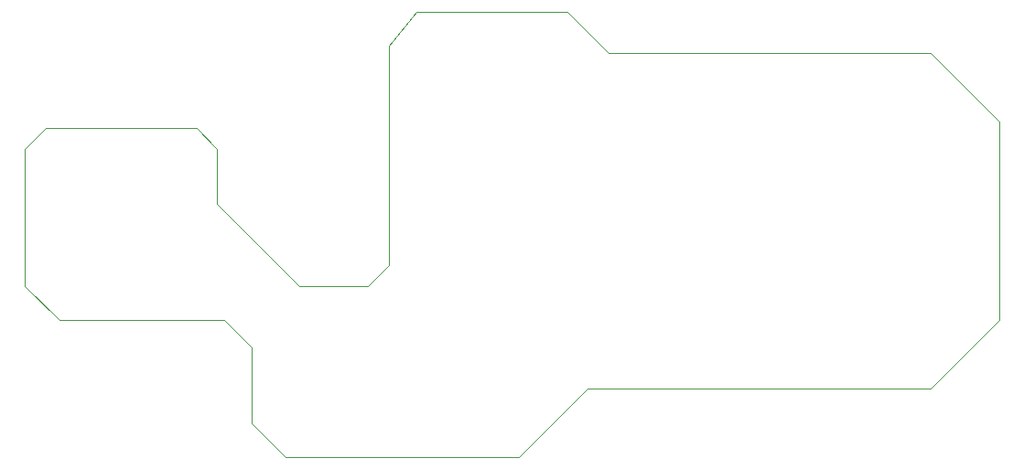
<source format=gbr>
G04 #@! TF.FileFunction,Profile,NP*
%FSLAX46Y46*%
G04 Gerber Fmt 4.6, Leading zero omitted, Abs format (unit mm)*
G04 Created by KiCad (PCBNEW 4.0.2-stable) date 08/08/2016 20:26:41*
%MOMM*%
G01*
G04 APERTURE LIST*
%ADD10C,0.100000*%
G04 APERTURE END LIST*
D10*
X123190000Y-44450000D02*
X127000000Y-48260000D01*
X93980000Y-75565000D02*
X91440000Y-73025000D01*
X109220000Y-44450000D02*
X123190000Y-44450000D01*
X106680000Y-47625000D02*
X109220000Y-44450000D01*
X106680000Y-67945000D02*
X106680000Y-47625000D01*
X104775000Y-69850000D02*
X106680000Y-67945000D01*
X98425000Y-69850000D02*
X104775000Y-69850000D01*
X90805000Y-62230000D02*
X98425000Y-69850000D01*
X90805000Y-57150000D02*
X90805000Y-62230000D01*
X88900000Y-55245000D02*
X90805000Y-57150000D01*
X73025000Y-57150000D02*
X74930000Y-55245000D01*
X93980000Y-82550000D02*
X97155000Y-85725000D01*
X93980000Y-75565000D02*
X93980000Y-82550000D01*
X76200000Y-73025000D02*
X91440000Y-73025000D01*
X127000000Y-48260000D02*
X156845000Y-48260000D01*
X74930000Y-55245000D02*
X88900000Y-55245000D01*
X73025000Y-69850000D02*
X73025000Y-57150000D01*
X76200000Y-73025000D02*
X73025000Y-69850000D01*
X118745000Y-85725000D02*
X97155000Y-85725000D01*
X125095000Y-79375000D02*
X118745000Y-85725000D01*
X156845000Y-79375000D02*
X125095000Y-79375000D01*
X163195000Y-73025000D02*
X156845000Y-79375000D01*
X163195000Y-54610000D02*
X163195000Y-73025000D01*
X156845000Y-48260000D02*
X163195000Y-54610000D01*
M02*

</source>
